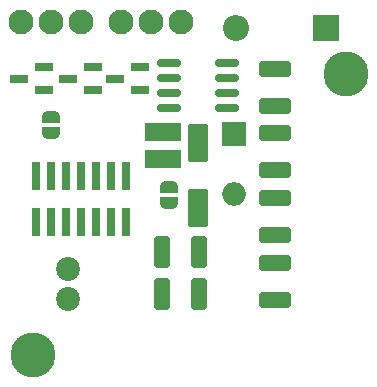
<source format=gbr>
%TF.GenerationSoftware,KiCad,Pcbnew,7.0.10*%
%TF.CreationDate,2024-02-10T17:51:15-05:00*%
%TF.ProjectId,led_controller_i2c,6c65645f-636f-46e7-9472-6f6c6c65725f,rev?*%
%TF.SameCoordinates,Original*%
%TF.FileFunction,Soldermask,Top*%
%TF.FilePolarity,Negative*%
%FSLAX46Y46*%
G04 Gerber Fmt 4.6, Leading zero omitted, Abs format (unit mm)*
G04 Created by KiCad (PCBNEW 7.0.10) date 2024-02-10 17:51:15*
%MOMM*%
%LPD*%
G01*
G04 APERTURE LIST*
G04 Aperture macros list*
%AMRoundRect*
0 Rectangle with rounded corners*
0 $1 Rounding radius*
0 $2 $3 $4 $5 $6 $7 $8 $9 X,Y pos of 4 corners*
0 Add a 4 corners polygon primitive as box body*
4,1,4,$2,$3,$4,$5,$6,$7,$8,$9,$2,$3,0*
0 Add four circle primitives for the rounded corners*
1,1,$1+$1,$2,$3*
1,1,$1+$1,$4,$5*
1,1,$1+$1,$6,$7*
1,1,$1+$1,$8,$9*
0 Add four rect primitives between the rounded corners*
20,1,$1+$1,$2,$3,$4,$5,0*
20,1,$1+$1,$4,$5,$6,$7,0*
20,1,$1+$1,$6,$7,$8,$9,0*
20,1,$1+$1,$8,$9,$2,$3,0*%
%AMFreePoly0*
4,1,19,0.500000,-0.750000,0.000000,-0.750000,0.000000,-0.744911,-0.071157,-0.744911,-0.207708,-0.704816,-0.327430,-0.627875,-0.420627,-0.520320,-0.479746,-0.390866,-0.500000,-0.250000,-0.500000,0.250000,-0.479746,0.390866,-0.420627,0.520320,-0.327430,0.627875,-0.207708,0.704816,-0.071157,0.744911,0.000000,0.744911,0.000000,0.750000,0.500000,0.750000,0.500000,-0.750000,0.500000,-0.750000,
$1*%
%AMFreePoly1*
4,1,19,0.000000,0.744911,0.071157,0.744911,0.207708,0.704816,0.327430,0.627875,0.420627,0.520320,0.479746,0.390866,0.500000,0.250000,0.500000,-0.250000,0.479746,-0.390866,0.420627,-0.520320,0.327430,-0.627875,0.207708,-0.704816,0.071157,-0.744911,0.000000,-0.744911,0.000000,-0.750000,-0.500000,-0.750000,-0.500000,0.750000,0.000000,0.750000,0.000000,0.744911,0.000000,0.744911,
$1*%
G04 Aperture macros list end*
%ADD10C,3.800000*%
%ADD11C,2.020000*%
%ADD12R,2.200000X2.200000*%
%ADD13O,2.200000X2.200000*%
%ADD14C,2.100000*%
%ADD15R,2.000000X2.000000*%
%ADD16O,2.000000X2.000000*%
%ADD17RoundRect,0.150000X-0.825000X-0.150000X0.825000X-0.150000X0.825000X0.150000X-0.825000X0.150000X0*%
%ADD18R,0.740000X2.400000*%
%ADD19RoundRect,0.070000X0.650000X0.300000X-0.650000X0.300000X-0.650000X-0.300000X0.650000X-0.300000X0*%
%ADD20R,3.050000X1.520000*%
%ADD21FreePoly0,270.000000*%
%ADD22FreePoly1,270.000000*%
%ADD23RoundRect,0.250000X-0.600000X1.400000X-0.600000X-1.400000X0.600000X-1.400000X0.600000X1.400000X0*%
%ADD24RoundRect,0.250000X-0.412500X-1.100000X0.412500X-1.100000X0.412500X1.100000X-0.412500X1.100000X0*%
%ADD25RoundRect,0.250000X-1.100000X0.412500X-1.100000X-0.412500X1.100000X-0.412500X1.100000X0.412500X0*%
%ADD26RoundRect,0.250000X1.100000X-0.412500X1.100000X0.412500X-1.100000X0.412500X-1.100000X-0.412500X0*%
G04 APERTURE END LIST*
D10*
%TO.C,H2*%
X15500000Y-42500000D03*
%TD*%
%TO.C,H1*%
X42000000Y-18650000D03*
%TD*%
D11*
%TO.C,J3*%
X18505000Y-37765000D03*
X18505000Y-35225000D03*
%TD*%
D12*
%TO.C,D4*%
X40310000Y-14765000D03*
D13*
X32690000Y-14765000D03*
%TD*%
D14*
%TO.C,J2*%
X28045000Y-14265000D03*
X25505000Y-14265000D03*
X22965000Y-14265000D03*
%TD*%
%TO.C,J1*%
X19605000Y-14265000D03*
X17065000Y-14265000D03*
X14525000Y-14265000D03*
%TD*%
D15*
%TO.C,D1*%
X32505000Y-23725000D03*
D16*
X32505000Y-28805000D03*
%TD*%
D17*
%TO.C,U2*%
X27005000Y-17765000D03*
X27005000Y-19035000D03*
X27005000Y-20305000D03*
X27005000Y-21575000D03*
X31955000Y-21575000D03*
X31955000Y-20305000D03*
X31955000Y-19035000D03*
X31955000Y-17765000D03*
%TD*%
D18*
%TO.C,U1*%
X15730000Y-31215000D03*
X15730000Y-27315000D03*
X17000000Y-31215000D03*
X17000000Y-27315000D03*
X18270000Y-31215000D03*
X18270000Y-27315000D03*
X19540000Y-31215000D03*
X19540000Y-27315000D03*
X20810000Y-31215000D03*
X20810000Y-27315000D03*
X22080000Y-31215000D03*
X22080000Y-27315000D03*
X23350000Y-31215000D03*
X23350000Y-27315000D03*
%TD*%
D19*
%TO.C,Q3*%
X18455000Y-19075000D03*
X20555000Y-18125000D03*
X20555000Y-20025000D03*
%TD*%
%TO.C,Q2*%
X22455000Y-19075000D03*
X24555000Y-18125000D03*
X24555000Y-20025000D03*
%TD*%
%TO.C,Q1*%
X14355000Y-19065000D03*
X16455000Y-18115000D03*
X16455000Y-20015000D03*
%TD*%
D20*
%TO.C,L1*%
X26505000Y-23620000D03*
X26505000Y-25910000D03*
%TD*%
D21*
%TO.C,JP2*%
X17000000Y-22350000D03*
D22*
X17000000Y-23650000D03*
%TD*%
D21*
%TO.C,JP1*%
X27005000Y-28265000D03*
D22*
X27005000Y-29565000D03*
%TD*%
D23*
%TO.C,D2*%
X29505000Y-24515000D03*
X29505000Y-30015000D03*
%TD*%
D24*
%TO.C,C6*%
X26442500Y-33765000D03*
X29567500Y-33765000D03*
%TD*%
%TO.C,C5*%
X26442500Y-37265000D03*
X29567500Y-37265000D03*
%TD*%
D25*
%TO.C,C4*%
X36005000Y-34702500D03*
X36005000Y-37827500D03*
%TD*%
D26*
%TO.C,C3*%
X36005000Y-21390000D03*
X36005000Y-18265000D03*
%TD*%
D25*
%TO.C,C2*%
X36005000Y-23702500D03*
X36005000Y-26827500D03*
%TD*%
D26*
%TO.C,C1*%
X36005000Y-32327500D03*
X36005000Y-29202500D03*
%TD*%
M02*

</source>
